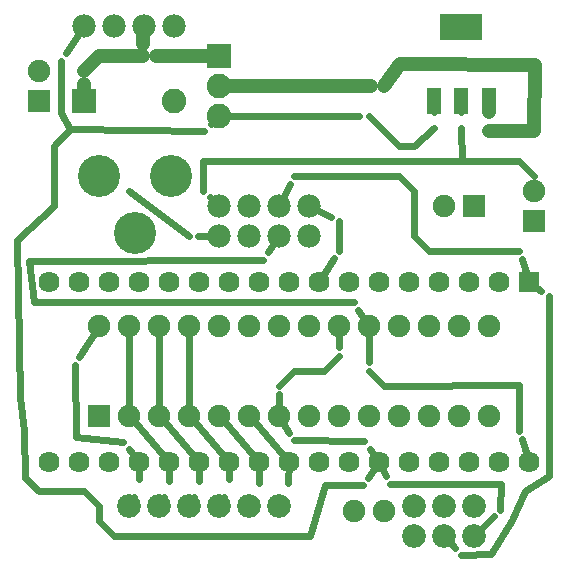
<source format=gbl>
G04 MADE WITH FRITZING*
G04 WWW.FRITZING.ORG*
G04 DOUBLE SIDED*
G04 HOLES PLATED*
G04 CONTOUR ON CENTER OF CONTOUR VECTOR*
%ASAXBY*%
%FSLAX23Y23*%
%MOIN*%
%OFA0B0*%
%SFA1.0B1.0*%
%ADD10C,0.078000*%
%ADD11C,0.075000*%
%ADD12C,0.079370*%
%ADD13C,0.070555*%
%ADD14C,0.070583*%
%ADD15C,0.082000*%
%ADD16C,0.140000*%
%ADD17R,0.075000X0.075000*%
%ADD18R,0.070542X0.070570*%
%ADD19R,0.082000X0.082000*%
%ADD20R,0.048000X0.088000*%
%ADD21R,0.141732X0.086614*%
%ADD22C,0.048000*%
%ADD23C,0.024000*%
%LNCOPPER0*%
G90*
G70*
G54D10*
X730Y1138D03*
X830Y1138D03*
X930Y1138D03*
X1030Y1138D03*
X730Y1138D03*
X830Y1138D03*
X930Y1138D03*
X1030Y1138D03*
X1030Y1238D03*
X930Y1238D03*
X830Y1238D03*
X730Y1238D03*
G54D11*
X1780Y1188D03*
X1780Y1288D03*
X1580Y1238D03*
X1480Y1238D03*
G54D12*
X430Y238D03*
X530Y238D03*
X630Y238D03*
X730Y238D03*
X830Y238D03*
X930Y238D03*
G54D13*
X1765Y984D03*
X1665Y984D03*
X1565Y984D03*
X1465Y984D03*
X1365Y984D03*
X1265Y984D03*
X1165Y984D03*
X1065Y984D03*
X965Y984D03*
G54D14*
X865Y984D03*
X765Y984D03*
X665Y984D03*
G54D13*
X565Y984D03*
X465Y984D03*
G54D14*
X365Y984D03*
X265Y984D03*
X165Y984D03*
G54D13*
X1765Y384D03*
X1665Y384D03*
X1565Y384D03*
X1465Y384D03*
X1365Y384D03*
X1265Y384D03*
X965Y384D03*
G54D14*
X865Y384D03*
G54D13*
X1065Y384D03*
X1165Y384D03*
G54D14*
X765Y384D03*
X665Y384D03*
G54D13*
X565Y384D03*
X465Y384D03*
G54D14*
X365Y384D03*
X265Y384D03*
X165Y384D03*
G54D15*
X730Y1738D03*
X730Y1638D03*
X730Y1538D03*
X282Y1588D03*
X580Y1588D03*
G54D11*
X330Y538D03*
X330Y838D03*
X430Y538D03*
X430Y838D03*
X530Y538D03*
X530Y838D03*
X630Y538D03*
X630Y838D03*
X730Y538D03*
X730Y838D03*
X830Y538D03*
X830Y838D03*
X930Y538D03*
X930Y838D03*
X1030Y538D03*
X1030Y838D03*
X1130Y538D03*
X1130Y838D03*
X1230Y538D03*
X1230Y838D03*
X1330Y538D03*
X1330Y838D03*
X1430Y538D03*
X1430Y838D03*
X1530Y538D03*
X1530Y838D03*
X1630Y538D03*
X1630Y838D03*
X1280Y221D03*
X1180Y221D03*
G54D10*
X280Y1838D03*
X380Y1838D03*
X480Y1838D03*
X580Y1838D03*
G54D12*
X1380Y138D03*
X1480Y138D03*
X1580Y138D03*
X1380Y138D03*
X1480Y138D03*
X1580Y138D03*
X1580Y238D03*
X1480Y238D03*
X1380Y238D03*
G54D16*
X570Y1338D03*
X330Y1338D03*
X450Y1148D03*
G54D11*
X130Y1588D03*
X130Y1688D03*
G54D17*
X1780Y1188D03*
X1580Y1238D03*
G54D18*
X1765Y984D03*
G54D19*
X730Y1738D03*
X281Y1588D03*
G54D20*
X1630Y1588D03*
X1539Y1588D03*
X1448Y1588D03*
G54D21*
X1539Y1832D03*
G54D17*
X330Y538D03*
X130Y1588D03*
G54D22*
X522Y1737D02*
X730Y1738D01*
D02*
X480Y1838D02*
X479Y1778D01*
G54D23*
D02*
X678Y1288D02*
X678Y1388D01*
D02*
X678Y1388D02*
X1541Y1388D01*
D02*
X730Y1238D02*
X700Y1267D01*
D02*
X1730Y1388D02*
X1780Y1338D01*
D02*
X1780Y1309D02*
X1780Y1288D01*
D02*
X1541Y1388D02*
X1730Y1388D01*
D02*
X968Y1309D02*
X930Y1238D01*
D02*
X1430Y1088D02*
X1380Y1138D01*
D02*
X1730Y1088D02*
X1430Y1088D01*
D02*
X1330Y1338D02*
X982Y1336D01*
D02*
X1380Y1288D02*
X1330Y1338D01*
D02*
X1380Y1138D02*
X1380Y1288D01*
D02*
X1765Y984D02*
X1740Y1060D01*
D02*
X1541Y1388D02*
X1539Y1496D01*
D02*
X1539Y1549D02*
X1539Y1588D01*
D02*
X1230Y1538D02*
X1330Y1438D01*
D02*
X1380Y1438D02*
X1447Y1496D01*
D02*
X1330Y1438D02*
X1380Y1438D01*
D02*
X1448Y1549D02*
X1448Y1588D01*
D02*
X730Y1538D02*
X1198Y1538D01*
D02*
X430Y1288D02*
X630Y1138D01*
D02*
X660Y1138D02*
X730Y1138D01*
D02*
X330Y1338D02*
X376Y1315D01*
D02*
X1639Y77D02*
X1539Y74D01*
D02*
X1752Y285D02*
X1708Y190D01*
D02*
X1830Y338D02*
X1752Y285D01*
D02*
X1518Y97D02*
X1480Y138D01*
D02*
X1765Y984D02*
X1806Y954D01*
D02*
X1830Y936D02*
X1830Y788D01*
D02*
X1708Y190D02*
X1639Y77D01*
D02*
X1830Y788D02*
X1830Y338D01*
G54D22*
D02*
X479Y1737D02*
X330Y1736D01*
D02*
X480Y1838D02*
X479Y1778D01*
D02*
X282Y1644D02*
X282Y1588D01*
D02*
X330Y1736D02*
X282Y1688D01*
G54D23*
D02*
X1647Y202D02*
X1580Y138D01*
D02*
X1300Y310D02*
X1672Y310D01*
D02*
X1672Y310D02*
X1669Y224D01*
D02*
X1265Y384D02*
X1287Y337D01*
G54D22*
D02*
X1630Y1549D02*
X1630Y1588D01*
D02*
X730Y1638D02*
X1237Y1638D01*
D02*
X1333Y1710D02*
X1783Y1707D01*
D02*
X1280Y1638D02*
X1333Y1710D01*
D02*
X1780Y1488D02*
X1630Y1488D01*
D02*
X1783Y1707D02*
X1780Y1488D01*
G54D23*
D02*
X1114Y1063D02*
X1065Y984D01*
D02*
X1130Y1188D02*
X1130Y1088D01*
D02*
X1030Y1238D02*
X1103Y1201D01*
D02*
X1211Y307D02*
X1086Y307D01*
D02*
X180Y1438D02*
X233Y1493D01*
D02*
X1265Y384D02*
X1228Y331D01*
D02*
X130Y288D02*
X83Y329D01*
D02*
X380Y138D02*
X330Y188D01*
D02*
X330Y188D02*
X330Y238D01*
D02*
X280Y288D02*
X130Y288D01*
D02*
X330Y238D02*
X280Y288D01*
D02*
X1086Y307D02*
X1033Y138D01*
D02*
X233Y1493D02*
X680Y1488D01*
D02*
X703Y1510D02*
X730Y1538D01*
D02*
X58Y1124D02*
X180Y1238D01*
D02*
X180Y1238D02*
X180Y1438D01*
D02*
X83Y329D02*
X80Y488D01*
D02*
X1033Y138D02*
X380Y138D01*
D02*
X69Y599D02*
X58Y1124D01*
D02*
X80Y488D02*
X69Y599D01*
D02*
X864Y314D02*
X865Y384D01*
D02*
X830Y238D02*
X846Y259D01*
D02*
X965Y384D02*
X961Y314D01*
D02*
X943Y258D02*
X930Y238D01*
D02*
X765Y384D02*
X764Y325D01*
D02*
X748Y268D02*
X730Y238D01*
D02*
X630Y238D02*
X647Y265D01*
D02*
X664Y321D02*
X665Y384D01*
D02*
X547Y265D02*
X530Y238D01*
D02*
X565Y384D02*
X564Y321D01*
D02*
X430Y238D02*
X448Y268D01*
D02*
X464Y325D02*
X465Y384D01*
D02*
X1234Y427D02*
X1265Y384D01*
D02*
X981Y456D02*
X1216Y452D01*
D02*
X930Y538D02*
X966Y480D01*
D02*
X116Y918D02*
X97Y1052D01*
D02*
X1180Y915D02*
X116Y918D01*
D02*
X1230Y838D02*
X1196Y891D01*
D02*
X1230Y716D02*
X1230Y838D01*
D02*
X1280Y638D02*
X1230Y688D01*
D02*
X1730Y640D02*
X1280Y638D01*
D02*
X97Y1052D02*
X878Y1058D01*
D02*
X1730Y488D02*
X1730Y640D01*
D02*
X895Y1083D02*
X930Y1138D01*
D02*
X1765Y384D02*
X1740Y460D01*
D02*
X850Y515D02*
X946Y406D01*
D02*
X550Y515D02*
X646Y406D01*
D02*
X750Y515D02*
X846Y406D01*
D02*
X650Y515D02*
X746Y406D01*
D02*
X450Y515D02*
X546Y406D01*
D02*
X430Y566D02*
X430Y809D01*
D02*
X530Y566D02*
X530Y809D01*
D02*
X630Y566D02*
X630Y809D01*
D02*
X411Y449D02*
X255Y465D01*
D02*
X255Y465D02*
X250Y707D01*
D02*
X265Y732D02*
X330Y838D01*
D02*
X465Y384D02*
X430Y426D01*
D02*
X930Y638D02*
X980Y688D01*
D02*
X980Y688D02*
X1080Y688D01*
D02*
X1080Y688D02*
X1130Y738D01*
D02*
X1130Y766D02*
X1130Y838D01*
D02*
X930Y538D02*
X930Y609D01*
D02*
X205Y1546D02*
X205Y1721D01*
D02*
X233Y1493D02*
X205Y1546D01*
D02*
X222Y1746D02*
X280Y1838D01*
G04 End of Copper0*
M02*
</source>
